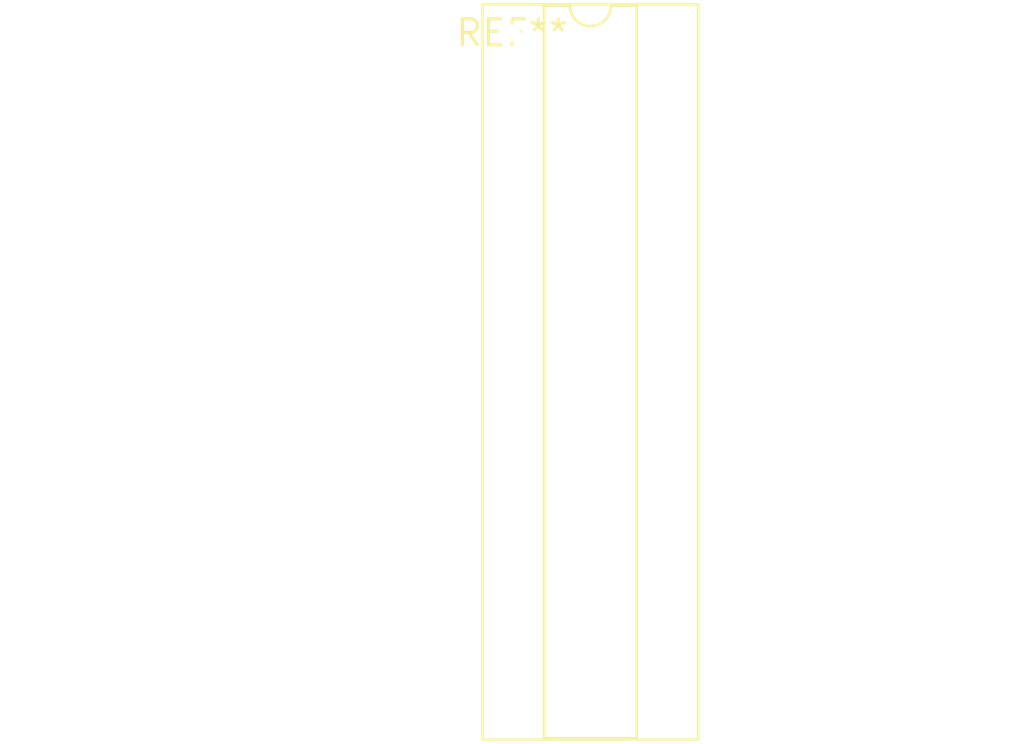
<source format=kicad_pcb>
(kicad_pcb (version 20240108) (generator pcbnew)
  (layers (0 "F.Cu" signal) (31 "B.Cu" signal) (34 "B.Paste" user) (35 "F.Paste" user) (36 "B.SilkS" user "B.Silkscreen") (37 "F.SilkS" user "F.Silkscreen") (38 "B.Mask" user) (39 "F.Mask" user) (44 "Edge.Cuts" user))
  (net 0 "")
  (footprint "CERDIP-28_W7.62mm_SideBrazed_LongPads_Socket" (layer "F.Cu") (at 0 0)
    (property "Reference" "REF**")
    (property "Value" "CERDIP-28_W7.62mm_SideBrazed_LongPads_Socket")
    (fp_line (start -1.44 -1.39) (end -1.44 34.41) (layer "F.SilkS") (stroke (width 0.12)))
    (fp_line (start -1.44 34.41) (end 9.06 34.41) (layer "F.SilkS") (stroke (width 0.12)))
    (fp_line (start 1.56 -1.33) (end 1.56 34.35) (layer "F.SilkS") (stroke (width 0.12)))
    (fp_line (start 1.56 34.35) (end 6.06 34.35) (layer "F.SilkS") (stroke (width 0.12)))
    (fp_line (start 2.81 -1.33) (end 1.56 -1.33) (layer "F.SilkS") (stroke (width 0.12)))
    (fp_line (start 6.06 -1.33) (end 4.81 -1.33) (layer "F.SilkS") (stroke (width 0.12)))
    (fp_line (start 6.06 34.35) (end 6.06 -1.33) (layer "F.SilkS") (stroke (width 0.12)))
    (fp_line (start 9.06 -1.39) (end -1.44 -1.39) (layer "F.SilkS") (stroke (width 0.12)))
    (fp_line (start 9.06 34.41) (end 9.06 -1.39) (layer "F.SilkS") (stroke (width 0.12)))
    (fp_arc (start 4.81 -1.33) (mid 3.81 -0.33) (end 2.81 -1.33) (layer "F.SilkS") (stroke (width 0.12)))
    (pad "1" thru_hole rect (at 0 0) (size 2.4 1.6) (drill 0.8) (layers *.Cu *.Mask) (remove_unused_layers))
    (pad "2" thru_hole oval (at 0 2.54) (size 2.4 1.6) (drill 0.8) (layers *.Cu *.Mask) (remove_unused_layers))
    (pad "3" thru_hole oval (at 0 5.08) (size 2.4 1.6) (drill 0.8) (layers *.Cu *.Mask) (remove_unused_layers))
    (pad "4" thru_hole oval (at 0 7.62) (size 2.4 1.6) (drill 0.8) (layers *.Cu *.Mask) (remove_unused_layers))
    (pad "5" thru_hole oval (at 0 10.16) (size 2.4 1.6) (drill 0.8) (layers *.Cu *.Mask) (remove_unused_layers))
    (pad "6" thru_hole oval (at 0 12.7) (size 2.4 1.6) (drill 0.8) (layers *.Cu *.Mask) (remove_unused_layers))
    (pad "7" thru_hole oval (at 0 15.24) (size 2.4 1.6) (drill 0.8) (layers *.Cu *.Mask) (remove_unused_layers))
    (pad "8" thru_hole oval (at 0 17.78) (size 2.4 1.6) (drill 0.8) (layers *.Cu *.Mask) (remove_unused_layers))
    (pad "9" thru_hole oval (at 0 20.32) (size 2.4 1.6) (drill 0.8) (layers *.Cu *.Mask) (remove_unused_layers))
    (pad "10" thru_hole oval (at 0 22.86) (size 2.4 1.6) (drill 0.8) (layers *.Cu *.Mask) (remove_unused_layers))
    (pad "11" thru_hole oval (at 0 25.4) (size 2.4 1.6) (drill 0.8) (layers *.Cu *.Mask) (remove_unused_layers))
    (pad "12" thru_hole oval (at 0 27.94) (size 2.4 1.6) (drill 0.8) (layers *.Cu *.Mask) (remove_unused_layers))
    (pad "13" thru_hole oval (at 0 30.48) (size 2.4 1.6) (drill 0.8) (layers *.Cu *.Mask) (remove_unused_layers))
    (pad "14" thru_hole oval (at 0 33.02) (size 2.4 1.6) (drill 0.8) (layers *.Cu *.Mask) (remove_unused_layers))
    (pad "15" thru_hole oval (at 7.62 33.02) (size 2.4 1.6) (drill 0.8) (layers *.Cu *.Mask) (remove_unused_layers))
    (pad "16" thru_hole oval (at 7.62 30.48) (size 2.4 1.6) (drill 0.8) (layers *.Cu *.Mask) (remove_unused_layers))
    (pad "17" thru_hole oval (at 7.62 27.94) (size 2.4 1.6) (drill 0.8) (layers *.Cu *.Mask) (remove_unused_layers))
    (pad "18" thru_hole oval (at 7.62 25.4) (size 2.4 1.6) (drill 0.8) (layers *.Cu *.Mask) (remove_unused_layers))
    (pad "19" thru_hole oval (at 7.62 22.86) (size 2.4 1.6) (drill 0.8) (layers *.Cu *.Mask) (remove_unused_layers))
    (pad "20" thru_hole oval (at 7.62 20.32) (size 2.4 1.6) (drill 0.8) (layers *.Cu *.Mask) (remove_unused_layers))
    (pad "21" thru_hole oval (at 7.62 17.78) (size 2.4 1.6) (drill 0.8) (layers *.Cu *.Mask) (remove_unused_layers))
    (pad "22" thru_hole oval (at 7.62 15.24) (size 2.4 1.6) (drill 0.8) (layers *.Cu *.Mask) (remove_unused_layers))
    (pad "23" thru_hole oval (at 7.62 12.7) (size 2.4 1.6) (drill 0.8) (layers *.Cu *.Mask) (remove_unused_layers))
    (pad "24" thru_hole oval (at 7.62 10.16) (size 2.4 1.6) (drill 0.8) (layers *.Cu *.Mask) (remove_unused_layers))
    (pad "25" thru_hole oval (at 7.62 7.62) (size 2.4 1.6) (drill 0.8) (layers *.Cu *.Mask) (remove_unused_layers))
    (pad "26" thru_hole oval (at 7.62 5.08) (size 2.4 1.6) (drill 0.8) (layers *.Cu *.Mask) (remove_unused_layers))
    (pad "27" thru_hole oval (at 7.62 2.54) (size 2.4 1.6) (drill 0.8) (layers *.Cu *.Mask) (remove_unused_layers))
    (pad "28" thru_hole oval (at 7.62 0) (size 2.4 1.6) (drill 0.8) (layers *.Cu *.Mask) (remove_unused_layers))
  )
)
</source>
